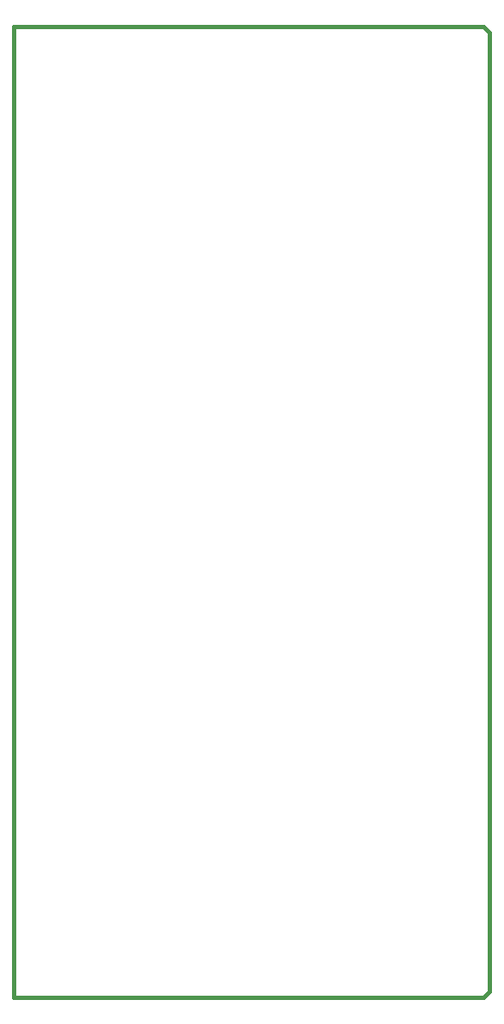
<source format=gko>
G75*
%MOIN*%
%OFA0B0*%
%FSLAX24Y24*%
%IPPOS*%
%LPD*%
%AMOC8*
5,1,8,0,0,1.08239X$1,22.5*
%
%ADD10C,0.0160*%
D10*
X002531Y000180D02*
X002531Y037930D01*
X020781Y037930D01*
X021031Y037680D01*
X021031Y000430D01*
X020781Y000180D01*
X002531Y000180D01*
M02*

</source>
